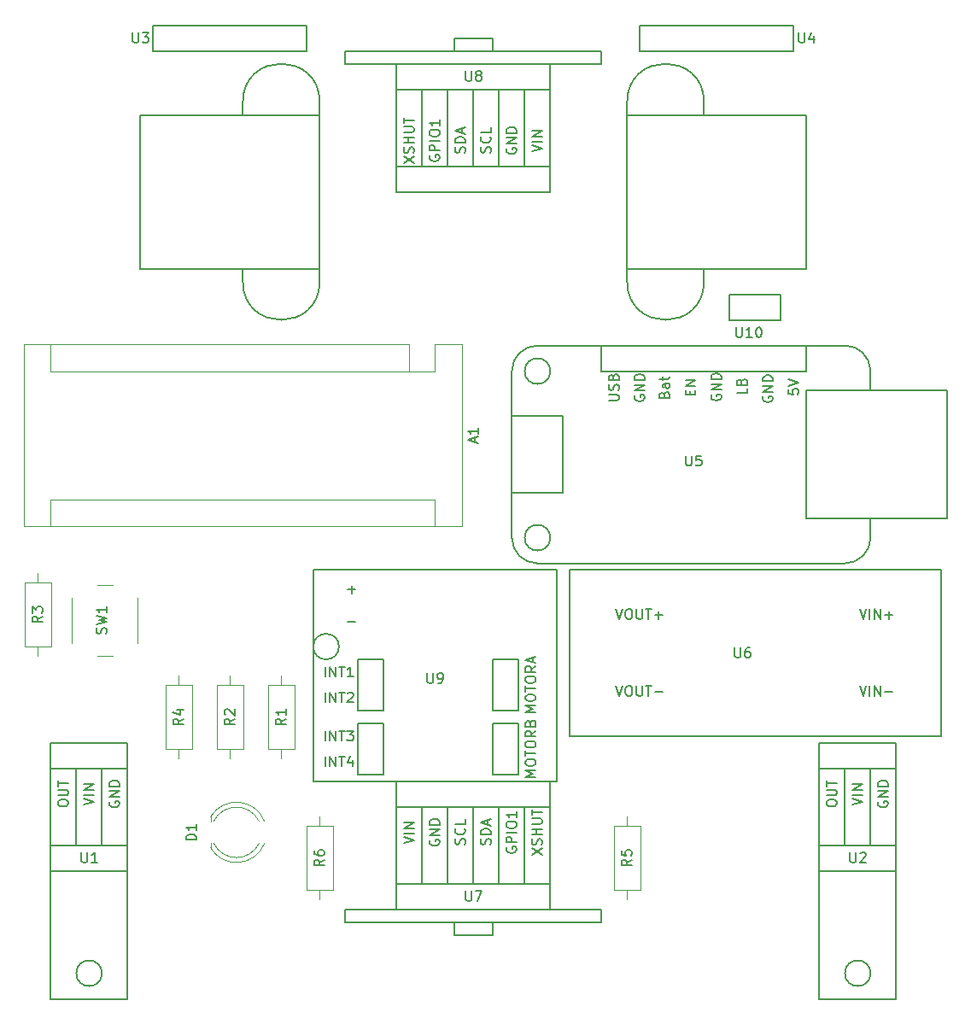
<source format=gbr>
G04 #@! TF.GenerationSoftware,KiCad,Pcbnew,(5.0.2)-1*
G04 #@! TF.CreationDate,2019-01-29T00:14:09+01:00*
G04 #@! TF.ProjectId,bigmax,6269676d-6178-42e6-9b69-6361645f7063,v1*
G04 #@! TF.SameCoordinates,Original*
G04 #@! TF.FileFunction,Legend,Top*
G04 #@! TF.FilePolarity,Positive*
%FSLAX46Y46*%
G04 Gerber Fmt 4.6, Leading zero omitted, Abs format (unit mm)*
G04 Created by KiCad (PCBNEW (5.0.2)-1) date 29/01/2019 00:14:09*
%MOMM*%
%LPD*%
G01*
G04 APERTURE LIST*
%ADD10C,0.150000*%
%ADD11C,0.120000*%
G04 APERTURE END LIST*
D10*
X182880000Y-77470000D02*
X165100000Y-77470000D01*
X165100000Y-77470000D02*
X165100000Y-62230000D01*
X172720000Y-60960000D02*
X172720000Y-62230000D01*
X165100000Y-60960000D02*
G75*
G02X172720000Y-60960000I3810000J0D01*
G01*
X182880000Y-62230000D02*
X182880000Y-77470000D01*
X165100000Y-60960000D02*
X165100000Y-62230000D01*
X172720000Y-78740000D02*
G75*
G02X165100000Y-78740000I-3810000J0D01*
G01*
X165100000Y-77470000D02*
X165100000Y-78740000D01*
X172720000Y-77470000D02*
X172720000Y-78740000D01*
X165100000Y-62230000D02*
X182880000Y-62230000D01*
X134620000Y-78740000D02*
X134620000Y-77470000D01*
X134620000Y-62230000D02*
X134620000Y-60960000D01*
X127000000Y-62230000D02*
X127000000Y-60960000D01*
X127000000Y-78740000D02*
X127000000Y-77470000D01*
X134620000Y-78740000D02*
G75*
G02X127000000Y-78740000I-3810000J0D01*
G01*
X127000000Y-60960000D02*
G75*
G02X134620000Y-60960000I3810000J0D01*
G01*
X116840000Y-77470000D02*
X116840000Y-62230000D01*
X134620000Y-77470000D02*
X116840000Y-77470000D01*
X134620000Y-62230000D02*
X134620000Y-77470000D01*
X116840000Y-62230000D02*
X134620000Y-62230000D01*
G04 #@! TO.C,U10*
X175260000Y-80010000D02*
X180340000Y-80010000D01*
X180340000Y-80010000D02*
X180340000Y-82550000D01*
X180340000Y-82550000D02*
X175260000Y-82550000D01*
X175260000Y-82550000D02*
X175260000Y-80010000D01*
G04 #@! TO.C,U9*
X133985000Y-107315000D02*
X158115000Y-107315000D01*
X133985000Y-107315000D02*
X133985000Y-128270000D01*
X133985000Y-128270000D02*
X158115000Y-128270000D01*
X158115000Y-107315000D02*
X158115000Y-128270000D01*
X138430000Y-116205000D02*
X140970000Y-116205000D01*
X140970000Y-116205000D02*
X140970000Y-121285000D01*
X140970000Y-121285000D02*
X138430000Y-121285000D01*
X138430000Y-121285000D02*
X138430000Y-116205000D01*
X138430000Y-122555000D02*
X140970000Y-122555000D01*
X140970000Y-122555000D02*
X140970000Y-127635000D01*
X140970000Y-127635000D02*
X138430000Y-127635000D01*
X138430000Y-127635000D02*
X138430000Y-122555000D01*
X151765000Y-116205000D02*
X154305000Y-116205000D01*
X154305000Y-116205000D02*
X154305000Y-121285000D01*
X154305000Y-121285000D02*
X151765000Y-121285000D01*
X151765000Y-121285000D02*
X151765000Y-116205000D01*
X151765000Y-122555000D02*
X154305000Y-122555000D01*
X154305000Y-122555000D02*
X154305000Y-127635000D01*
X154305000Y-127635000D02*
X151765000Y-127635000D01*
X151765000Y-127635000D02*
X151765000Y-122555000D01*
X136525000Y-114935000D02*
G75*
G03X136525000Y-114935000I-1270000J0D01*
G01*
G04 #@! TO.C,U4*
X166370000Y-55880000D02*
X166370000Y-53340000D01*
X181610000Y-55880000D02*
X166370000Y-55880000D01*
X181610000Y-53340000D02*
X181610000Y-55880000D01*
X166370000Y-53340000D02*
X181610000Y-53340000D01*
G04 #@! TO.C,U8*
X142240000Y-69850000D02*
X142240000Y-67310000D01*
X157480000Y-69850000D02*
X142240000Y-69850000D01*
X157480000Y-67310000D02*
X157480000Y-69850000D01*
X147955000Y-54610000D02*
X147955000Y-55880000D01*
X151765000Y-54610000D02*
X147955000Y-54610000D01*
X151765000Y-55880000D02*
X151765000Y-54610000D01*
X137160000Y-57150000D02*
X142240000Y-57150000D01*
X137160000Y-55880000D02*
X137160000Y-57150000D01*
X162560000Y-55880000D02*
X137160000Y-55880000D01*
X162560000Y-57150000D02*
X162560000Y-55880000D01*
X157480000Y-57150000D02*
X162560000Y-57150000D01*
X142240000Y-57150000D02*
X142240000Y-59690000D01*
X157480000Y-57150000D02*
X142240000Y-57150000D01*
X157480000Y-59690000D02*
X157480000Y-57150000D01*
X152400000Y-67310000D02*
X152400000Y-59690000D01*
X149860000Y-67310000D02*
X149860000Y-59690000D01*
X147320000Y-67310000D02*
X147320000Y-59690000D01*
X144780000Y-67310000D02*
X144780000Y-59690000D01*
X142240000Y-59690000D02*
X142240000Y-67310000D01*
X157480000Y-59690000D02*
X142240000Y-59690000D01*
X157480000Y-67310000D02*
X157480000Y-59690000D01*
X154940000Y-67310000D02*
X154940000Y-59690000D01*
X157480000Y-67310000D02*
X142240000Y-67310000D01*
D11*
G04 #@! TO.C,D1*
X123805000Y-134430000D02*
X123805000Y-134895000D01*
X123805000Y-131805000D02*
X123805000Y-132270000D01*
X128619479Y-134430429D02*
G75*
G02X124110316Y-134430000I-2254479J1080429D01*
G01*
X128619479Y-132269571D02*
G75*
G03X124110316Y-132270000I-2254479J-1080429D01*
G01*
X129152815Y-134430827D02*
G75*
G02X123805000Y-134894830I-2787815J1080827D01*
G01*
X129152815Y-132269173D02*
G75*
G03X123805000Y-131805170I-2787815J-1080827D01*
G01*
G04 #@! TO.C,R1*
X132120000Y-118710000D02*
X129500000Y-118710000D01*
X129500000Y-118710000D02*
X129500000Y-125130000D01*
X129500000Y-125130000D02*
X132120000Y-125130000D01*
X132120000Y-125130000D02*
X132120000Y-118710000D01*
X130810000Y-117820000D02*
X130810000Y-118710000D01*
X130810000Y-126020000D02*
X130810000Y-125130000D01*
G04 #@! TO.C,R2*
X125730000Y-126020000D02*
X125730000Y-125130000D01*
X125730000Y-117820000D02*
X125730000Y-118710000D01*
X127040000Y-125130000D02*
X127040000Y-118710000D01*
X124420000Y-125130000D02*
X127040000Y-125130000D01*
X124420000Y-118710000D02*
X124420000Y-125130000D01*
X127040000Y-118710000D02*
X124420000Y-118710000D01*
G04 #@! TO.C,R3*
X105370000Y-114970000D02*
X107990000Y-114970000D01*
X107990000Y-114970000D02*
X107990000Y-108550000D01*
X107990000Y-108550000D02*
X105370000Y-108550000D01*
X105370000Y-108550000D02*
X105370000Y-114970000D01*
X106680000Y-115860000D02*
X106680000Y-114970000D01*
X106680000Y-107660000D02*
X106680000Y-108550000D01*
G04 #@! TO.C,R4*
X120650000Y-126020000D02*
X120650000Y-125130000D01*
X120650000Y-117820000D02*
X120650000Y-118710000D01*
X121960000Y-125130000D02*
X121960000Y-118710000D01*
X119340000Y-125130000D02*
X121960000Y-125130000D01*
X119340000Y-118710000D02*
X119340000Y-125130000D01*
X121960000Y-118710000D02*
X119340000Y-118710000D01*
G04 #@! TO.C,SW1*
X112570000Y-115820000D02*
X114070000Y-115820000D01*
X116570000Y-114570000D02*
X116570000Y-110070000D01*
X114070000Y-108820000D02*
X112570000Y-108820000D01*
X110070000Y-110070000D02*
X110070000Y-114570000D01*
D10*
G04 #@! TO.C,U1*
X115570000Y-137160000D02*
X115570000Y-149860000D01*
X107950000Y-149860000D02*
X107950000Y-137160000D01*
X115570000Y-134620000D02*
X115570000Y-127000000D01*
X115570000Y-127000000D02*
X107950000Y-127000000D01*
X107950000Y-127000000D02*
X107950000Y-134620000D01*
X113030000Y-134620000D02*
X113030000Y-127000000D01*
X110490000Y-134620000D02*
X110490000Y-127000000D01*
X107950000Y-134620000D02*
X115570000Y-134620000D01*
X115570000Y-134620000D02*
X115570000Y-137160000D01*
X107950000Y-137160000D02*
X107950000Y-134620000D01*
X115570000Y-149860000D02*
X107950000Y-149860000D01*
X107950000Y-137160000D02*
X115570000Y-137160000D01*
X113030000Y-147320000D02*
G75*
G03X113030000Y-147320000I-1270000J0D01*
G01*
X115570000Y-127000000D02*
X115570000Y-124460000D01*
X115570000Y-124460000D02*
X107950000Y-124460000D01*
X107950000Y-124460000D02*
X107950000Y-127000000D01*
G04 #@! TO.C,U2*
X184150000Y-124460000D02*
X184150000Y-127000000D01*
X191770000Y-124460000D02*
X184150000Y-124460000D01*
X191770000Y-127000000D02*
X191770000Y-124460000D01*
X189230000Y-147320000D02*
G75*
G03X189230000Y-147320000I-1270000J0D01*
G01*
X184150000Y-137160000D02*
X191770000Y-137160000D01*
X191770000Y-149860000D02*
X184150000Y-149860000D01*
X184150000Y-137160000D02*
X184150000Y-134620000D01*
X191770000Y-134620000D02*
X191770000Y-137160000D01*
X184150000Y-134620000D02*
X191770000Y-134620000D01*
X186690000Y-134620000D02*
X186690000Y-127000000D01*
X189230000Y-134620000D02*
X189230000Y-127000000D01*
X184150000Y-127000000D02*
X184150000Y-134620000D01*
X191770000Y-127000000D02*
X184150000Y-127000000D01*
X191770000Y-134620000D02*
X191770000Y-127000000D01*
X184150000Y-149860000D02*
X184150000Y-137160000D01*
X191770000Y-137160000D02*
X191770000Y-149860000D01*
G04 #@! TO.C,U3*
X118110000Y-53340000D02*
X133350000Y-53340000D01*
X133350000Y-53340000D02*
X133350000Y-55880000D01*
X133350000Y-55880000D02*
X118110000Y-55880000D01*
X118110000Y-55880000D02*
X118110000Y-53340000D01*
G04 #@! TO.C,U5*
X186690000Y-85090000D02*
X156210000Y-85090000D01*
X153670000Y-87630000D02*
X153670000Y-104140000D01*
X189230000Y-87630000D02*
X189230000Y-89535000D01*
X186690000Y-106680000D02*
X156210000Y-106680000D01*
X157480000Y-104140000D02*
G75*
G03X157480000Y-104140000I-1270000J0D01*
G01*
X157480000Y-87630000D02*
G75*
G03X157480000Y-87630000I-1270000J0D01*
G01*
X153670000Y-87630000D02*
G75*
G02X156210000Y-85090000I2540000J0D01*
G01*
X156210000Y-106680000D02*
G75*
G02X153670000Y-104140000I0J2540000D01*
G01*
X186690000Y-85090000D02*
G75*
G02X189230000Y-87630000I0J-2540000D01*
G01*
X189230000Y-104140000D02*
G75*
G02X186690000Y-106680000I-2540000J0D01*
G01*
X196850000Y-89535000D02*
X196850000Y-102235000D01*
X196850000Y-102235000D02*
X182880000Y-102235000D01*
X182880000Y-102235000D02*
X182880000Y-89535000D01*
X182880000Y-89535000D02*
X196850000Y-89535000D01*
X189230000Y-102235000D02*
X189230000Y-104140000D01*
X158750000Y-92075000D02*
X158750000Y-99695000D01*
X158750000Y-99695000D02*
X153670000Y-99695000D01*
X158750000Y-92075000D02*
X153670000Y-92075000D01*
X162560000Y-85090000D02*
X162560000Y-87630000D01*
X162560000Y-87630000D02*
X182880000Y-87630000D01*
X182880000Y-87630000D02*
X182880000Y-85090000D01*
G04 #@! TO.C,U6*
X196215000Y-123825000D02*
X196215000Y-107315000D01*
X196215000Y-123825000D02*
X159385000Y-123825000D01*
X159385000Y-123825000D02*
X159385000Y-107315000D01*
X159385000Y-107315000D02*
X196215000Y-107315000D01*
G04 #@! TO.C,U7*
X142240000Y-130810000D02*
X157480000Y-130810000D01*
X144780000Y-130810000D02*
X144780000Y-138430000D01*
X142240000Y-130810000D02*
X142240000Y-138430000D01*
X142240000Y-138430000D02*
X157480000Y-138430000D01*
X157480000Y-138430000D02*
X157480000Y-130810000D01*
X154940000Y-130810000D02*
X154940000Y-138430000D01*
X152400000Y-130810000D02*
X152400000Y-138430000D01*
X149860000Y-130810000D02*
X149860000Y-138430000D01*
X147320000Y-130810000D02*
X147320000Y-138430000D01*
X142240000Y-138430000D02*
X142240000Y-140970000D01*
X142240000Y-140970000D02*
X157480000Y-140970000D01*
X157480000Y-140970000D02*
X157480000Y-138430000D01*
X142240000Y-140970000D02*
X137160000Y-140970000D01*
X137160000Y-140970000D02*
X137160000Y-142240000D01*
X137160000Y-142240000D02*
X162560000Y-142240000D01*
X162560000Y-142240000D02*
X162560000Y-140970000D01*
X162560000Y-140970000D02*
X157480000Y-140970000D01*
X147955000Y-142240000D02*
X147955000Y-143510000D01*
X147955000Y-143510000D02*
X151765000Y-143510000D01*
X151765000Y-143510000D02*
X151765000Y-142240000D01*
X142240000Y-130810000D02*
X142240000Y-128270000D01*
X142240000Y-128270000D02*
X157480000Y-128270000D01*
X157480000Y-128270000D02*
X157480000Y-130810000D01*
D11*
G04 #@! TO.C,R5*
X166410000Y-132680000D02*
X163790000Y-132680000D01*
X163790000Y-132680000D02*
X163790000Y-139100000D01*
X163790000Y-139100000D02*
X166410000Y-139100000D01*
X166410000Y-139100000D02*
X166410000Y-132680000D01*
X165100000Y-131790000D02*
X165100000Y-132680000D01*
X165100000Y-139990000D02*
X165100000Y-139100000D01*
G04 #@! TO.C,R6*
X134620000Y-139990000D02*
X134620000Y-139100000D01*
X134620000Y-131790000D02*
X134620000Y-132680000D01*
X135930000Y-139100000D02*
X135930000Y-132680000D01*
X133310000Y-139100000D02*
X135930000Y-139100000D01*
X133310000Y-132680000D02*
X133310000Y-139100000D01*
X135930000Y-132680000D02*
X133310000Y-132680000D01*
G04 #@! TO.C,A1*
X148720000Y-103000000D02*
X148720000Y-84960000D01*
X105280000Y-103000000D02*
X148720000Y-103000000D01*
X105280000Y-84960000D02*
X105280000Y-103000000D01*
X107950000Y-87630000D02*
X107950000Y-84960000D01*
X143510000Y-87630000D02*
X107950000Y-87630000D01*
X143510000Y-87630000D02*
X143510000Y-84960000D01*
X107950000Y-100330000D02*
X107950000Y-103000000D01*
X146050000Y-100330000D02*
X107950000Y-100330000D01*
X146050000Y-100330000D02*
X146050000Y-103000000D01*
X148720000Y-84960000D02*
X146050000Y-84960000D01*
X143510000Y-84960000D02*
X105280000Y-84960000D01*
X146050000Y-87630000D02*
X146050000Y-84960000D01*
X143510000Y-87630000D02*
X146050000Y-87630000D01*
G04 #@! TO.C,U10*
D10*
X175926904Y-83272380D02*
X175926904Y-84081904D01*
X175974523Y-84177142D01*
X176022142Y-84224761D01*
X176117380Y-84272380D01*
X176307857Y-84272380D01*
X176403095Y-84224761D01*
X176450714Y-84177142D01*
X176498333Y-84081904D01*
X176498333Y-83272380D01*
X177498333Y-84272380D02*
X176926904Y-84272380D01*
X177212619Y-84272380D02*
X177212619Y-83272380D01*
X177117380Y-83415238D01*
X177022142Y-83510476D01*
X176926904Y-83558095D01*
X178117380Y-83272380D02*
X178212619Y-83272380D01*
X178307857Y-83320000D01*
X178355476Y-83367619D01*
X178403095Y-83462857D01*
X178450714Y-83653333D01*
X178450714Y-83891428D01*
X178403095Y-84081904D01*
X178355476Y-84177142D01*
X178307857Y-84224761D01*
X178212619Y-84272380D01*
X178117380Y-84272380D01*
X178022142Y-84224761D01*
X177974523Y-84177142D01*
X177926904Y-84081904D01*
X177879285Y-83891428D01*
X177879285Y-83653333D01*
X177926904Y-83462857D01*
X177974523Y-83367619D01*
X178022142Y-83320000D01*
X178117380Y-83272380D01*
G04 #@! TO.C,U9*
X145288095Y-117562380D02*
X145288095Y-118371904D01*
X145335714Y-118467142D01*
X145383333Y-118514761D01*
X145478571Y-118562380D01*
X145669047Y-118562380D01*
X145764285Y-118514761D01*
X145811904Y-118467142D01*
X145859523Y-118371904D01*
X145859523Y-117562380D01*
X146383333Y-118562380D02*
X146573809Y-118562380D01*
X146669047Y-118514761D01*
X146716666Y-118467142D01*
X146811904Y-118324285D01*
X146859523Y-118133809D01*
X146859523Y-117752857D01*
X146811904Y-117657619D01*
X146764285Y-117610000D01*
X146669047Y-117562380D01*
X146478571Y-117562380D01*
X146383333Y-117610000D01*
X146335714Y-117657619D01*
X146288095Y-117752857D01*
X146288095Y-117990952D01*
X146335714Y-118086190D01*
X146383333Y-118133809D01*
X146478571Y-118181428D01*
X146669047Y-118181428D01*
X146764285Y-118133809D01*
X146811904Y-118086190D01*
X146859523Y-117990952D01*
X156027380Y-127856904D02*
X155027380Y-127856904D01*
X155741666Y-127523571D01*
X155027380Y-127190238D01*
X156027380Y-127190238D01*
X155027380Y-126523571D02*
X155027380Y-126333095D01*
X155075000Y-126237857D01*
X155170238Y-126142619D01*
X155360714Y-126095000D01*
X155694047Y-126095000D01*
X155884523Y-126142619D01*
X155979761Y-126237857D01*
X156027380Y-126333095D01*
X156027380Y-126523571D01*
X155979761Y-126618809D01*
X155884523Y-126714047D01*
X155694047Y-126761666D01*
X155360714Y-126761666D01*
X155170238Y-126714047D01*
X155075000Y-126618809D01*
X155027380Y-126523571D01*
X155027380Y-125809285D02*
X155027380Y-125237857D01*
X156027380Y-125523571D02*
X155027380Y-125523571D01*
X155027380Y-124714047D02*
X155027380Y-124523571D01*
X155075000Y-124428333D01*
X155170238Y-124333095D01*
X155360714Y-124285476D01*
X155694047Y-124285476D01*
X155884523Y-124333095D01*
X155979761Y-124428333D01*
X156027380Y-124523571D01*
X156027380Y-124714047D01*
X155979761Y-124809285D01*
X155884523Y-124904523D01*
X155694047Y-124952142D01*
X155360714Y-124952142D01*
X155170238Y-124904523D01*
X155075000Y-124809285D01*
X155027380Y-124714047D01*
X156027380Y-123285476D02*
X155551190Y-123618809D01*
X156027380Y-123856904D02*
X155027380Y-123856904D01*
X155027380Y-123475952D01*
X155075000Y-123380714D01*
X155122619Y-123333095D01*
X155217857Y-123285476D01*
X155360714Y-123285476D01*
X155455952Y-123333095D01*
X155503571Y-123380714D01*
X155551190Y-123475952D01*
X155551190Y-123856904D01*
X155503571Y-122523571D02*
X155551190Y-122380714D01*
X155598809Y-122333095D01*
X155694047Y-122285476D01*
X155836904Y-122285476D01*
X155932142Y-122333095D01*
X155979761Y-122380714D01*
X156027380Y-122475952D01*
X156027380Y-122856904D01*
X155027380Y-122856904D01*
X155027380Y-122523571D01*
X155075000Y-122428333D01*
X155122619Y-122380714D01*
X155217857Y-122333095D01*
X155313095Y-122333095D01*
X155408333Y-122380714D01*
X155455952Y-122428333D01*
X155503571Y-122523571D01*
X155503571Y-122856904D01*
X156027380Y-121435476D02*
X155027380Y-121435476D01*
X155741666Y-121102142D01*
X155027380Y-120768809D01*
X156027380Y-120768809D01*
X155027380Y-120102142D02*
X155027380Y-119911666D01*
X155075000Y-119816428D01*
X155170238Y-119721190D01*
X155360714Y-119673571D01*
X155694047Y-119673571D01*
X155884523Y-119721190D01*
X155979761Y-119816428D01*
X156027380Y-119911666D01*
X156027380Y-120102142D01*
X155979761Y-120197380D01*
X155884523Y-120292619D01*
X155694047Y-120340238D01*
X155360714Y-120340238D01*
X155170238Y-120292619D01*
X155075000Y-120197380D01*
X155027380Y-120102142D01*
X155027380Y-119387857D02*
X155027380Y-118816428D01*
X156027380Y-119102142D02*
X155027380Y-119102142D01*
X155027380Y-118292619D02*
X155027380Y-118102142D01*
X155075000Y-118006904D01*
X155170238Y-117911666D01*
X155360714Y-117864047D01*
X155694047Y-117864047D01*
X155884523Y-117911666D01*
X155979761Y-118006904D01*
X156027380Y-118102142D01*
X156027380Y-118292619D01*
X155979761Y-118387857D01*
X155884523Y-118483095D01*
X155694047Y-118530714D01*
X155360714Y-118530714D01*
X155170238Y-118483095D01*
X155075000Y-118387857D01*
X155027380Y-118292619D01*
X156027380Y-116864047D02*
X155551190Y-117197380D01*
X156027380Y-117435476D02*
X155027380Y-117435476D01*
X155027380Y-117054523D01*
X155075000Y-116959285D01*
X155122619Y-116911666D01*
X155217857Y-116864047D01*
X155360714Y-116864047D01*
X155455952Y-116911666D01*
X155503571Y-116959285D01*
X155551190Y-117054523D01*
X155551190Y-117435476D01*
X155741666Y-116483095D02*
X155741666Y-116006904D01*
X156027380Y-116578333D02*
X155027380Y-116245000D01*
X156027380Y-115911666D01*
X135144047Y-117927380D02*
X135144047Y-116927380D01*
X135620238Y-117927380D02*
X135620238Y-116927380D01*
X136191666Y-117927380D01*
X136191666Y-116927380D01*
X136525000Y-116927380D02*
X137096428Y-116927380D01*
X136810714Y-117927380D02*
X136810714Y-116927380D01*
X137953571Y-117927380D02*
X137382142Y-117927380D01*
X137667857Y-117927380D02*
X137667857Y-116927380D01*
X137572619Y-117070238D01*
X137477380Y-117165476D01*
X137382142Y-117213095D01*
X135144047Y-120467380D02*
X135144047Y-119467380D01*
X135620238Y-120467380D02*
X135620238Y-119467380D01*
X136191666Y-120467380D01*
X136191666Y-119467380D01*
X136525000Y-119467380D02*
X137096428Y-119467380D01*
X136810714Y-120467380D02*
X136810714Y-119467380D01*
X137382142Y-119562619D02*
X137429761Y-119515000D01*
X137525000Y-119467380D01*
X137763095Y-119467380D01*
X137858333Y-119515000D01*
X137905952Y-119562619D01*
X137953571Y-119657857D01*
X137953571Y-119753095D01*
X137905952Y-119895952D01*
X137334523Y-120467380D01*
X137953571Y-120467380D01*
X135144047Y-124277380D02*
X135144047Y-123277380D01*
X135620238Y-124277380D02*
X135620238Y-123277380D01*
X136191666Y-124277380D01*
X136191666Y-123277380D01*
X136525000Y-123277380D02*
X137096428Y-123277380D01*
X136810714Y-124277380D02*
X136810714Y-123277380D01*
X137334523Y-123277380D02*
X137953571Y-123277380D01*
X137620238Y-123658333D01*
X137763095Y-123658333D01*
X137858333Y-123705952D01*
X137905952Y-123753571D01*
X137953571Y-123848809D01*
X137953571Y-124086904D01*
X137905952Y-124182142D01*
X137858333Y-124229761D01*
X137763095Y-124277380D01*
X137477380Y-124277380D01*
X137382142Y-124229761D01*
X137334523Y-124182142D01*
X135144047Y-126817380D02*
X135144047Y-125817380D01*
X135620238Y-126817380D02*
X135620238Y-125817380D01*
X136191666Y-126817380D01*
X136191666Y-125817380D01*
X136525000Y-125817380D02*
X137096428Y-125817380D01*
X136810714Y-126817380D02*
X136810714Y-125817380D01*
X137858333Y-126150714D02*
X137858333Y-126817380D01*
X137620238Y-125769761D02*
X137382142Y-126484047D01*
X138001190Y-126484047D01*
X137414047Y-109291428D02*
X138175952Y-109291428D01*
X137795000Y-109672380D02*
X137795000Y-108910476D01*
X137414047Y-112466428D02*
X138175952Y-112466428D01*
G04 #@! TO.C,U4*
X182118095Y-54062380D02*
X182118095Y-54871904D01*
X182165714Y-54967142D01*
X182213333Y-55014761D01*
X182308571Y-55062380D01*
X182499047Y-55062380D01*
X182594285Y-55014761D01*
X182641904Y-54967142D01*
X182689523Y-54871904D01*
X182689523Y-54062380D01*
X183594285Y-54395714D02*
X183594285Y-55062380D01*
X183356190Y-54014761D02*
X183118095Y-54729047D01*
X183737142Y-54729047D01*
G04 #@! TO.C,U8*
X149098095Y-57872380D02*
X149098095Y-58681904D01*
X149145714Y-58777142D01*
X149193333Y-58824761D01*
X149288571Y-58872380D01*
X149479047Y-58872380D01*
X149574285Y-58824761D01*
X149621904Y-58777142D01*
X149669523Y-58681904D01*
X149669523Y-57872380D01*
X150288571Y-58300952D02*
X150193333Y-58253333D01*
X150145714Y-58205714D01*
X150098095Y-58110476D01*
X150098095Y-58062857D01*
X150145714Y-57967619D01*
X150193333Y-57920000D01*
X150288571Y-57872380D01*
X150479047Y-57872380D01*
X150574285Y-57920000D01*
X150621904Y-57967619D01*
X150669523Y-58062857D01*
X150669523Y-58110476D01*
X150621904Y-58205714D01*
X150574285Y-58253333D01*
X150479047Y-58300952D01*
X150288571Y-58300952D01*
X150193333Y-58348571D01*
X150145714Y-58396190D01*
X150098095Y-58491428D01*
X150098095Y-58681904D01*
X150145714Y-58777142D01*
X150193333Y-58824761D01*
X150288571Y-58872380D01*
X150479047Y-58872380D01*
X150574285Y-58824761D01*
X150621904Y-58777142D01*
X150669523Y-58681904D01*
X150669523Y-58491428D01*
X150621904Y-58396190D01*
X150574285Y-58348571D01*
X150479047Y-58300952D01*
X142962380Y-67008095D02*
X143962380Y-66341428D01*
X142962380Y-66341428D02*
X143962380Y-67008095D01*
X143914761Y-66008095D02*
X143962380Y-65865238D01*
X143962380Y-65627142D01*
X143914761Y-65531904D01*
X143867142Y-65484285D01*
X143771904Y-65436666D01*
X143676666Y-65436666D01*
X143581428Y-65484285D01*
X143533809Y-65531904D01*
X143486190Y-65627142D01*
X143438571Y-65817619D01*
X143390952Y-65912857D01*
X143343333Y-65960476D01*
X143248095Y-66008095D01*
X143152857Y-66008095D01*
X143057619Y-65960476D01*
X143010000Y-65912857D01*
X142962380Y-65817619D01*
X142962380Y-65579523D01*
X143010000Y-65436666D01*
X143962380Y-65008095D02*
X142962380Y-65008095D01*
X143438571Y-65008095D02*
X143438571Y-64436666D01*
X143962380Y-64436666D02*
X142962380Y-64436666D01*
X142962380Y-63960476D02*
X143771904Y-63960476D01*
X143867142Y-63912857D01*
X143914761Y-63865238D01*
X143962380Y-63770000D01*
X143962380Y-63579523D01*
X143914761Y-63484285D01*
X143867142Y-63436666D01*
X143771904Y-63389047D01*
X142962380Y-63389047D01*
X142962380Y-63055714D02*
X142962380Y-62484285D01*
X143962380Y-62770000D02*
X142962380Y-62770000D01*
X145550000Y-66246190D02*
X145502380Y-66341428D01*
X145502380Y-66484285D01*
X145550000Y-66627142D01*
X145645238Y-66722380D01*
X145740476Y-66770000D01*
X145930952Y-66817619D01*
X146073809Y-66817619D01*
X146264285Y-66770000D01*
X146359523Y-66722380D01*
X146454761Y-66627142D01*
X146502380Y-66484285D01*
X146502380Y-66389047D01*
X146454761Y-66246190D01*
X146407142Y-66198571D01*
X146073809Y-66198571D01*
X146073809Y-66389047D01*
X146502380Y-65770000D02*
X145502380Y-65770000D01*
X145502380Y-65389047D01*
X145550000Y-65293809D01*
X145597619Y-65246190D01*
X145692857Y-65198571D01*
X145835714Y-65198571D01*
X145930952Y-65246190D01*
X145978571Y-65293809D01*
X146026190Y-65389047D01*
X146026190Y-65770000D01*
X146502380Y-64770000D02*
X145502380Y-64770000D01*
X145502380Y-64103333D02*
X145502380Y-63912857D01*
X145550000Y-63817619D01*
X145645238Y-63722380D01*
X145835714Y-63674761D01*
X146169047Y-63674761D01*
X146359523Y-63722380D01*
X146454761Y-63817619D01*
X146502380Y-63912857D01*
X146502380Y-64103333D01*
X146454761Y-64198571D01*
X146359523Y-64293809D01*
X146169047Y-64341428D01*
X145835714Y-64341428D01*
X145645238Y-64293809D01*
X145550000Y-64198571D01*
X145502380Y-64103333D01*
X146502380Y-62722380D02*
X146502380Y-63293809D01*
X146502380Y-63008095D02*
X145502380Y-63008095D01*
X145645238Y-63103333D01*
X145740476Y-63198571D01*
X145788095Y-63293809D01*
X148994761Y-65984285D02*
X149042380Y-65841428D01*
X149042380Y-65603333D01*
X148994761Y-65508095D01*
X148947142Y-65460476D01*
X148851904Y-65412857D01*
X148756666Y-65412857D01*
X148661428Y-65460476D01*
X148613809Y-65508095D01*
X148566190Y-65603333D01*
X148518571Y-65793809D01*
X148470952Y-65889047D01*
X148423333Y-65936666D01*
X148328095Y-65984285D01*
X148232857Y-65984285D01*
X148137619Y-65936666D01*
X148090000Y-65889047D01*
X148042380Y-65793809D01*
X148042380Y-65555714D01*
X148090000Y-65412857D01*
X149042380Y-64984285D02*
X148042380Y-64984285D01*
X148042380Y-64746190D01*
X148090000Y-64603333D01*
X148185238Y-64508095D01*
X148280476Y-64460476D01*
X148470952Y-64412857D01*
X148613809Y-64412857D01*
X148804285Y-64460476D01*
X148899523Y-64508095D01*
X148994761Y-64603333D01*
X149042380Y-64746190D01*
X149042380Y-64984285D01*
X148756666Y-64031904D02*
X148756666Y-63555714D01*
X149042380Y-64127142D02*
X148042380Y-63793809D01*
X149042380Y-63460476D01*
X151534761Y-65960476D02*
X151582380Y-65817619D01*
X151582380Y-65579523D01*
X151534761Y-65484285D01*
X151487142Y-65436666D01*
X151391904Y-65389047D01*
X151296666Y-65389047D01*
X151201428Y-65436666D01*
X151153809Y-65484285D01*
X151106190Y-65579523D01*
X151058571Y-65770000D01*
X151010952Y-65865238D01*
X150963333Y-65912857D01*
X150868095Y-65960476D01*
X150772857Y-65960476D01*
X150677619Y-65912857D01*
X150630000Y-65865238D01*
X150582380Y-65770000D01*
X150582380Y-65531904D01*
X150630000Y-65389047D01*
X151487142Y-64389047D02*
X151534761Y-64436666D01*
X151582380Y-64579523D01*
X151582380Y-64674761D01*
X151534761Y-64817619D01*
X151439523Y-64912857D01*
X151344285Y-64960476D01*
X151153809Y-65008095D01*
X151010952Y-65008095D01*
X150820476Y-64960476D01*
X150725238Y-64912857D01*
X150630000Y-64817619D01*
X150582380Y-64674761D01*
X150582380Y-64579523D01*
X150630000Y-64436666D01*
X150677619Y-64389047D01*
X151582380Y-63484285D02*
X151582380Y-63960476D01*
X150582380Y-63960476D01*
X153170000Y-65531904D02*
X153122380Y-65627142D01*
X153122380Y-65770000D01*
X153170000Y-65912857D01*
X153265238Y-66008095D01*
X153360476Y-66055714D01*
X153550952Y-66103333D01*
X153693809Y-66103333D01*
X153884285Y-66055714D01*
X153979523Y-66008095D01*
X154074761Y-65912857D01*
X154122380Y-65770000D01*
X154122380Y-65674761D01*
X154074761Y-65531904D01*
X154027142Y-65484285D01*
X153693809Y-65484285D01*
X153693809Y-65674761D01*
X154122380Y-65055714D02*
X153122380Y-65055714D01*
X154122380Y-64484285D01*
X153122380Y-64484285D01*
X154122380Y-64008095D02*
X153122380Y-64008095D01*
X153122380Y-63770000D01*
X153170000Y-63627142D01*
X153265238Y-63531904D01*
X153360476Y-63484285D01*
X153550952Y-63436666D01*
X153693809Y-63436666D01*
X153884285Y-63484285D01*
X153979523Y-63531904D01*
X154074761Y-63627142D01*
X154122380Y-63770000D01*
X154122380Y-64008095D01*
X155662380Y-65865238D02*
X156662380Y-65531904D01*
X155662380Y-65198571D01*
X156662380Y-64865238D02*
X155662380Y-64865238D01*
X156662380Y-64389047D02*
X155662380Y-64389047D01*
X156662380Y-63817619D01*
X155662380Y-63817619D01*
G04 #@! TO.C,D1*
X122372380Y-134088095D02*
X121372380Y-134088095D01*
X121372380Y-133850000D01*
X121420000Y-133707142D01*
X121515238Y-133611904D01*
X121610476Y-133564285D01*
X121800952Y-133516666D01*
X121943809Y-133516666D01*
X122134285Y-133564285D01*
X122229523Y-133611904D01*
X122324761Y-133707142D01*
X122372380Y-133850000D01*
X122372380Y-134088095D01*
X122372380Y-132564285D02*
X122372380Y-133135714D01*
X122372380Y-132850000D02*
X121372380Y-132850000D01*
X121515238Y-132945238D01*
X121610476Y-133040476D01*
X121658095Y-133135714D01*
G04 #@! TO.C,R1*
X131262380Y-122086666D02*
X130786190Y-122420000D01*
X131262380Y-122658095D02*
X130262380Y-122658095D01*
X130262380Y-122277142D01*
X130310000Y-122181904D01*
X130357619Y-122134285D01*
X130452857Y-122086666D01*
X130595714Y-122086666D01*
X130690952Y-122134285D01*
X130738571Y-122181904D01*
X130786190Y-122277142D01*
X130786190Y-122658095D01*
X131262380Y-121134285D02*
X131262380Y-121705714D01*
X131262380Y-121420000D02*
X130262380Y-121420000D01*
X130405238Y-121515238D01*
X130500476Y-121610476D01*
X130548095Y-121705714D01*
G04 #@! TO.C,R2*
X126182380Y-122086666D02*
X125706190Y-122420000D01*
X126182380Y-122658095D02*
X125182380Y-122658095D01*
X125182380Y-122277142D01*
X125230000Y-122181904D01*
X125277619Y-122134285D01*
X125372857Y-122086666D01*
X125515714Y-122086666D01*
X125610952Y-122134285D01*
X125658571Y-122181904D01*
X125706190Y-122277142D01*
X125706190Y-122658095D01*
X125277619Y-121705714D02*
X125230000Y-121658095D01*
X125182380Y-121562857D01*
X125182380Y-121324761D01*
X125230000Y-121229523D01*
X125277619Y-121181904D01*
X125372857Y-121134285D01*
X125468095Y-121134285D01*
X125610952Y-121181904D01*
X126182380Y-121753333D01*
X126182380Y-121134285D01*
G04 #@! TO.C,R3*
X107132380Y-111926666D02*
X106656190Y-112260000D01*
X107132380Y-112498095D02*
X106132380Y-112498095D01*
X106132380Y-112117142D01*
X106180000Y-112021904D01*
X106227619Y-111974285D01*
X106322857Y-111926666D01*
X106465714Y-111926666D01*
X106560952Y-111974285D01*
X106608571Y-112021904D01*
X106656190Y-112117142D01*
X106656190Y-112498095D01*
X106132380Y-111593333D02*
X106132380Y-110974285D01*
X106513333Y-111307619D01*
X106513333Y-111164761D01*
X106560952Y-111069523D01*
X106608571Y-111021904D01*
X106703809Y-110974285D01*
X106941904Y-110974285D01*
X107037142Y-111021904D01*
X107084761Y-111069523D01*
X107132380Y-111164761D01*
X107132380Y-111450476D01*
X107084761Y-111545714D01*
X107037142Y-111593333D01*
G04 #@! TO.C,R4*
X121102380Y-122086666D02*
X120626190Y-122420000D01*
X121102380Y-122658095D02*
X120102380Y-122658095D01*
X120102380Y-122277142D01*
X120150000Y-122181904D01*
X120197619Y-122134285D01*
X120292857Y-122086666D01*
X120435714Y-122086666D01*
X120530952Y-122134285D01*
X120578571Y-122181904D01*
X120626190Y-122277142D01*
X120626190Y-122658095D01*
X120435714Y-121229523D02*
X121102380Y-121229523D01*
X120054761Y-121467619D02*
X120769047Y-121705714D01*
X120769047Y-121086666D01*
G04 #@! TO.C,SW1*
X113434761Y-113653333D02*
X113482380Y-113510476D01*
X113482380Y-113272380D01*
X113434761Y-113177142D01*
X113387142Y-113129523D01*
X113291904Y-113081904D01*
X113196666Y-113081904D01*
X113101428Y-113129523D01*
X113053809Y-113177142D01*
X113006190Y-113272380D01*
X112958571Y-113462857D01*
X112910952Y-113558095D01*
X112863333Y-113605714D01*
X112768095Y-113653333D01*
X112672857Y-113653333D01*
X112577619Y-113605714D01*
X112530000Y-113558095D01*
X112482380Y-113462857D01*
X112482380Y-113224761D01*
X112530000Y-113081904D01*
X112482380Y-112748571D02*
X113482380Y-112510476D01*
X112768095Y-112320000D01*
X113482380Y-112129523D01*
X112482380Y-111891428D01*
X113482380Y-110986666D02*
X113482380Y-111558095D01*
X113482380Y-111272380D02*
X112482380Y-111272380D01*
X112625238Y-111367619D01*
X112720476Y-111462857D01*
X112768095Y-111558095D01*
G04 #@! TO.C,U1*
X110998095Y-135342380D02*
X110998095Y-136151904D01*
X111045714Y-136247142D01*
X111093333Y-136294761D01*
X111188571Y-136342380D01*
X111379047Y-136342380D01*
X111474285Y-136294761D01*
X111521904Y-136247142D01*
X111569523Y-136151904D01*
X111569523Y-135342380D01*
X112569523Y-136342380D02*
X111998095Y-136342380D01*
X112283809Y-136342380D02*
X112283809Y-135342380D01*
X112188571Y-135485238D01*
X112093333Y-135580476D01*
X111998095Y-135628095D01*
X113800000Y-130301904D02*
X113752380Y-130397142D01*
X113752380Y-130540000D01*
X113800000Y-130682857D01*
X113895238Y-130778095D01*
X113990476Y-130825714D01*
X114180952Y-130873333D01*
X114323809Y-130873333D01*
X114514285Y-130825714D01*
X114609523Y-130778095D01*
X114704761Y-130682857D01*
X114752380Y-130540000D01*
X114752380Y-130444761D01*
X114704761Y-130301904D01*
X114657142Y-130254285D01*
X114323809Y-130254285D01*
X114323809Y-130444761D01*
X114752380Y-129825714D02*
X113752380Y-129825714D01*
X114752380Y-129254285D01*
X113752380Y-129254285D01*
X114752380Y-128778095D02*
X113752380Y-128778095D01*
X113752380Y-128540000D01*
X113800000Y-128397142D01*
X113895238Y-128301904D01*
X113990476Y-128254285D01*
X114180952Y-128206666D01*
X114323809Y-128206666D01*
X114514285Y-128254285D01*
X114609523Y-128301904D01*
X114704761Y-128397142D01*
X114752380Y-128540000D01*
X114752380Y-128778095D01*
X111212380Y-130635238D02*
X112212380Y-130301904D01*
X111212380Y-129968571D01*
X112212380Y-129635238D02*
X111212380Y-129635238D01*
X112212380Y-129159047D02*
X111212380Y-129159047D01*
X112212380Y-128587619D01*
X111212380Y-128587619D01*
X108672380Y-130540000D02*
X108672380Y-130349523D01*
X108720000Y-130254285D01*
X108815238Y-130159047D01*
X109005714Y-130111428D01*
X109339047Y-130111428D01*
X109529523Y-130159047D01*
X109624761Y-130254285D01*
X109672380Y-130349523D01*
X109672380Y-130540000D01*
X109624761Y-130635238D01*
X109529523Y-130730476D01*
X109339047Y-130778095D01*
X109005714Y-130778095D01*
X108815238Y-130730476D01*
X108720000Y-130635238D01*
X108672380Y-130540000D01*
X108672380Y-129682857D02*
X109481904Y-129682857D01*
X109577142Y-129635238D01*
X109624761Y-129587619D01*
X109672380Y-129492380D01*
X109672380Y-129301904D01*
X109624761Y-129206666D01*
X109577142Y-129159047D01*
X109481904Y-129111428D01*
X108672380Y-129111428D01*
X108672380Y-128778095D02*
X108672380Y-128206666D01*
X109672380Y-128492380D02*
X108672380Y-128492380D01*
G04 #@! TO.C,U2*
X187198095Y-135342380D02*
X187198095Y-136151904D01*
X187245714Y-136247142D01*
X187293333Y-136294761D01*
X187388571Y-136342380D01*
X187579047Y-136342380D01*
X187674285Y-136294761D01*
X187721904Y-136247142D01*
X187769523Y-136151904D01*
X187769523Y-135342380D01*
X188198095Y-135437619D02*
X188245714Y-135390000D01*
X188340952Y-135342380D01*
X188579047Y-135342380D01*
X188674285Y-135390000D01*
X188721904Y-135437619D01*
X188769523Y-135532857D01*
X188769523Y-135628095D01*
X188721904Y-135770952D01*
X188150476Y-136342380D01*
X188769523Y-136342380D01*
X184872380Y-130540000D02*
X184872380Y-130349523D01*
X184920000Y-130254285D01*
X185015238Y-130159047D01*
X185205714Y-130111428D01*
X185539047Y-130111428D01*
X185729523Y-130159047D01*
X185824761Y-130254285D01*
X185872380Y-130349523D01*
X185872380Y-130540000D01*
X185824761Y-130635238D01*
X185729523Y-130730476D01*
X185539047Y-130778095D01*
X185205714Y-130778095D01*
X185015238Y-130730476D01*
X184920000Y-130635238D01*
X184872380Y-130540000D01*
X184872380Y-129682857D02*
X185681904Y-129682857D01*
X185777142Y-129635238D01*
X185824761Y-129587619D01*
X185872380Y-129492380D01*
X185872380Y-129301904D01*
X185824761Y-129206666D01*
X185777142Y-129159047D01*
X185681904Y-129111428D01*
X184872380Y-129111428D01*
X184872380Y-128778095D02*
X184872380Y-128206666D01*
X185872380Y-128492380D02*
X184872380Y-128492380D01*
X187412380Y-130635238D02*
X188412380Y-130301904D01*
X187412380Y-129968571D01*
X188412380Y-129635238D02*
X187412380Y-129635238D01*
X188412380Y-129159047D02*
X187412380Y-129159047D01*
X188412380Y-128587619D01*
X187412380Y-128587619D01*
X190000000Y-130301904D02*
X189952380Y-130397142D01*
X189952380Y-130540000D01*
X190000000Y-130682857D01*
X190095238Y-130778095D01*
X190190476Y-130825714D01*
X190380952Y-130873333D01*
X190523809Y-130873333D01*
X190714285Y-130825714D01*
X190809523Y-130778095D01*
X190904761Y-130682857D01*
X190952380Y-130540000D01*
X190952380Y-130444761D01*
X190904761Y-130301904D01*
X190857142Y-130254285D01*
X190523809Y-130254285D01*
X190523809Y-130444761D01*
X190952380Y-129825714D02*
X189952380Y-129825714D01*
X190952380Y-129254285D01*
X189952380Y-129254285D01*
X190952380Y-128778095D02*
X189952380Y-128778095D01*
X189952380Y-128540000D01*
X190000000Y-128397142D01*
X190095238Y-128301904D01*
X190190476Y-128254285D01*
X190380952Y-128206666D01*
X190523809Y-128206666D01*
X190714285Y-128254285D01*
X190809523Y-128301904D01*
X190904761Y-128397142D01*
X190952380Y-128540000D01*
X190952380Y-128778095D01*
G04 #@! TO.C,U3*
X116078095Y-54062380D02*
X116078095Y-54871904D01*
X116125714Y-54967142D01*
X116173333Y-55014761D01*
X116268571Y-55062380D01*
X116459047Y-55062380D01*
X116554285Y-55014761D01*
X116601904Y-54967142D01*
X116649523Y-54871904D01*
X116649523Y-54062380D01*
X117030476Y-54062380D02*
X117649523Y-54062380D01*
X117316190Y-54443333D01*
X117459047Y-54443333D01*
X117554285Y-54490952D01*
X117601904Y-54538571D01*
X117649523Y-54633809D01*
X117649523Y-54871904D01*
X117601904Y-54967142D01*
X117554285Y-55014761D01*
X117459047Y-55062380D01*
X117173333Y-55062380D01*
X117078095Y-55014761D01*
X117030476Y-54967142D01*
G04 #@! TO.C,U5*
X170911615Y-96018100D02*
X170911615Y-96827624D01*
X170959234Y-96922862D01*
X171006853Y-96970481D01*
X171102091Y-97018100D01*
X171292567Y-97018100D01*
X171387805Y-96970481D01*
X171435424Y-96922862D01*
X171483043Y-96827624D01*
X171483043Y-96018100D01*
X172435424Y-96018100D02*
X171959234Y-96018100D01*
X171911615Y-96494291D01*
X171959234Y-96446672D01*
X172054472Y-96399053D01*
X172292567Y-96399053D01*
X172387805Y-96446672D01*
X172435424Y-96494291D01*
X172483043Y-96589529D01*
X172483043Y-96827624D01*
X172435424Y-96922862D01*
X172387805Y-96970481D01*
X172292567Y-97018100D01*
X172054472Y-97018100D01*
X171959234Y-96970481D01*
X171911615Y-96922862D01*
X163272220Y-90527664D02*
X164081744Y-90527664D01*
X164176982Y-90480045D01*
X164224601Y-90432426D01*
X164272220Y-90337188D01*
X164272220Y-90146712D01*
X164224601Y-90051474D01*
X164176982Y-90003855D01*
X164081744Y-89956236D01*
X163272220Y-89956236D01*
X164224601Y-89527664D02*
X164272220Y-89384807D01*
X164272220Y-89146712D01*
X164224601Y-89051474D01*
X164176982Y-89003855D01*
X164081744Y-88956236D01*
X163986506Y-88956236D01*
X163891268Y-89003855D01*
X163843649Y-89051474D01*
X163796030Y-89146712D01*
X163748411Y-89337188D01*
X163700792Y-89432426D01*
X163653173Y-89480045D01*
X163557935Y-89527664D01*
X163462697Y-89527664D01*
X163367459Y-89480045D01*
X163319840Y-89432426D01*
X163272220Y-89337188D01*
X163272220Y-89099093D01*
X163319840Y-88956236D01*
X163748411Y-88194331D02*
X163796030Y-88051474D01*
X163843649Y-88003855D01*
X163938887Y-87956236D01*
X164081744Y-87956236D01*
X164176982Y-88003855D01*
X164224601Y-88051474D01*
X164272220Y-88146712D01*
X164272220Y-88527664D01*
X163272220Y-88527664D01*
X163272220Y-88194331D01*
X163319840Y-88099093D01*
X163367459Y-88051474D01*
X163462697Y-88003855D01*
X163557935Y-88003855D01*
X163653173Y-88051474D01*
X163700792Y-88099093D01*
X163748411Y-88194331D01*
X163748411Y-88527664D01*
X165870000Y-90027664D02*
X165822380Y-90122902D01*
X165822380Y-90265760D01*
X165870000Y-90408617D01*
X165965238Y-90503855D01*
X166060476Y-90551474D01*
X166250952Y-90599093D01*
X166393809Y-90599093D01*
X166584285Y-90551474D01*
X166679523Y-90503855D01*
X166774761Y-90408617D01*
X166822380Y-90265760D01*
X166822380Y-90170521D01*
X166774761Y-90027664D01*
X166727142Y-89980045D01*
X166393809Y-89980045D01*
X166393809Y-90170521D01*
X166822380Y-89551474D02*
X165822380Y-89551474D01*
X166822380Y-88980045D01*
X165822380Y-88980045D01*
X166822380Y-88503855D02*
X165822380Y-88503855D01*
X165822380Y-88265760D01*
X165870000Y-88122902D01*
X165965238Y-88027664D01*
X166060476Y-87980045D01*
X166250952Y-87932426D01*
X166393809Y-87932426D01*
X166584285Y-87980045D01*
X166679523Y-88027664D01*
X166774761Y-88122902D01*
X166822380Y-88265760D01*
X166822380Y-88503855D01*
X168772531Y-89978146D02*
X168820150Y-89835289D01*
X168867769Y-89787670D01*
X168963007Y-89740051D01*
X169105864Y-89740051D01*
X169201102Y-89787670D01*
X169248721Y-89835289D01*
X169296340Y-89930527D01*
X169296340Y-90311480D01*
X168296340Y-90311480D01*
X168296340Y-89978146D01*
X168343960Y-89882908D01*
X168391579Y-89835289D01*
X168486817Y-89787670D01*
X168582055Y-89787670D01*
X168677293Y-89835289D01*
X168724912Y-89882908D01*
X168772531Y-89978146D01*
X168772531Y-90311480D01*
X169296340Y-88882908D02*
X168772531Y-88882908D01*
X168677293Y-88930527D01*
X168629674Y-89025765D01*
X168629674Y-89216241D01*
X168677293Y-89311480D01*
X169248721Y-88882908D02*
X169296340Y-88978146D01*
X169296340Y-89216241D01*
X169248721Y-89311480D01*
X169153483Y-89359099D01*
X169058245Y-89359099D01*
X168963007Y-89311480D01*
X168915388Y-89216241D01*
X168915388Y-88978146D01*
X168867769Y-88882908D01*
X168629674Y-88549575D02*
X168629674Y-88168622D01*
X168296340Y-88406718D02*
X169153483Y-88406718D01*
X169248721Y-88359099D01*
X169296340Y-88263860D01*
X169296340Y-88168622D01*
X171358251Y-89973375D02*
X171358251Y-89640041D01*
X171882060Y-89497184D02*
X171882060Y-89973375D01*
X170882060Y-89973375D01*
X170882060Y-89497184D01*
X171882060Y-89068613D02*
X170882060Y-89068613D01*
X171882060Y-88497184D01*
X170882060Y-88497184D01*
X173479840Y-89961624D02*
X173432220Y-90056862D01*
X173432220Y-90199720D01*
X173479840Y-90342577D01*
X173575078Y-90437815D01*
X173670316Y-90485434D01*
X173860792Y-90533053D01*
X174003649Y-90533053D01*
X174194125Y-90485434D01*
X174289363Y-90437815D01*
X174384601Y-90342577D01*
X174432220Y-90199720D01*
X174432220Y-90104481D01*
X174384601Y-89961624D01*
X174336982Y-89914005D01*
X174003649Y-89914005D01*
X174003649Y-90104481D01*
X174432220Y-89485434D02*
X173432220Y-89485434D01*
X174432220Y-88914005D01*
X173432220Y-88914005D01*
X174432220Y-88437815D02*
X173432220Y-88437815D01*
X173432220Y-88199720D01*
X173479840Y-88056862D01*
X173575078Y-87961624D01*
X173670316Y-87914005D01*
X173860792Y-87866386D01*
X174003649Y-87866386D01*
X174194125Y-87914005D01*
X174289363Y-87961624D01*
X174384601Y-88056862D01*
X174432220Y-88199720D01*
X174432220Y-88437815D01*
X176982380Y-89349556D02*
X176982380Y-89825746D01*
X175982380Y-89825746D01*
X176458571Y-88682889D02*
X176506190Y-88540032D01*
X176553809Y-88492413D01*
X176649047Y-88444794D01*
X176791904Y-88444794D01*
X176887142Y-88492413D01*
X176934761Y-88540032D01*
X176982380Y-88635270D01*
X176982380Y-89016222D01*
X175982380Y-89016222D01*
X175982380Y-88682889D01*
X176030000Y-88587651D01*
X176077619Y-88540032D01*
X176172857Y-88492413D01*
X176268095Y-88492413D01*
X176363333Y-88540032D01*
X176410952Y-88587651D01*
X176458571Y-88682889D01*
X176458571Y-89016222D01*
X181087780Y-89420676D02*
X181087780Y-89896866D01*
X181563971Y-89944485D01*
X181516352Y-89896866D01*
X181468733Y-89801628D01*
X181468733Y-89563533D01*
X181516352Y-89468295D01*
X181563971Y-89420676D01*
X181659209Y-89373057D01*
X181897304Y-89373057D01*
X181992542Y-89420676D01*
X182040161Y-89468295D01*
X182087780Y-89563533D01*
X182087780Y-89801628D01*
X182040161Y-89896866D01*
X181992542Y-89944485D01*
X181087780Y-89087342D02*
X182087780Y-88754009D01*
X181087780Y-88420676D01*
X178600480Y-90139424D02*
X178552860Y-90234662D01*
X178552860Y-90377520D01*
X178600480Y-90520377D01*
X178695718Y-90615615D01*
X178790956Y-90663234D01*
X178981432Y-90710853D01*
X179124289Y-90710853D01*
X179314765Y-90663234D01*
X179410003Y-90615615D01*
X179505241Y-90520377D01*
X179552860Y-90377520D01*
X179552860Y-90282281D01*
X179505241Y-90139424D01*
X179457622Y-90091805D01*
X179124289Y-90091805D01*
X179124289Y-90282281D01*
X179552860Y-89663234D02*
X178552860Y-89663234D01*
X179552860Y-89091805D01*
X178552860Y-89091805D01*
X179552860Y-88615615D02*
X178552860Y-88615615D01*
X178552860Y-88377520D01*
X178600480Y-88234662D01*
X178695718Y-88139424D01*
X178790956Y-88091805D01*
X178981432Y-88044186D01*
X179124289Y-88044186D01*
X179314765Y-88091805D01*
X179410003Y-88139424D01*
X179505241Y-88234662D01*
X179552860Y-88377520D01*
X179552860Y-88615615D01*
G04 #@! TO.C,U6*
X175768095Y-115022380D02*
X175768095Y-115831904D01*
X175815714Y-115927142D01*
X175863333Y-115974761D01*
X175958571Y-116022380D01*
X176149047Y-116022380D01*
X176244285Y-115974761D01*
X176291904Y-115927142D01*
X176339523Y-115831904D01*
X176339523Y-115022380D01*
X177244285Y-115022380D02*
X177053809Y-115022380D01*
X176958571Y-115070000D01*
X176910952Y-115117619D01*
X176815714Y-115260476D01*
X176768095Y-115450952D01*
X176768095Y-115831904D01*
X176815714Y-115927142D01*
X176863333Y-115974761D01*
X176958571Y-116022380D01*
X177149047Y-116022380D01*
X177244285Y-115974761D01*
X177291904Y-115927142D01*
X177339523Y-115831904D01*
X177339523Y-115593809D01*
X177291904Y-115498571D01*
X177244285Y-115450952D01*
X177149047Y-115403333D01*
X176958571Y-115403333D01*
X176863333Y-115450952D01*
X176815714Y-115498571D01*
X176768095Y-115593809D01*
X188150714Y-111212380D02*
X188484047Y-112212380D01*
X188817380Y-111212380D01*
X189150714Y-112212380D02*
X189150714Y-111212380D01*
X189626904Y-112212380D02*
X189626904Y-111212380D01*
X190198333Y-112212380D01*
X190198333Y-111212380D01*
X190674523Y-111831428D02*
X191436428Y-111831428D01*
X191055476Y-112212380D02*
X191055476Y-111450476D01*
X188150714Y-118832380D02*
X188484047Y-119832380D01*
X188817380Y-118832380D01*
X189150714Y-119832380D02*
X189150714Y-118832380D01*
X189626904Y-119832380D02*
X189626904Y-118832380D01*
X190198333Y-119832380D01*
X190198333Y-118832380D01*
X190674523Y-119451428D02*
X191436428Y-119451428D01*
X163989047Y-111212380D02*
X164322380Y-112212380D01*
X164655714Y-111212380D01*
X165179523Y-111212380D02*
X165370000Y-111212380D01*
X165465238Y-111260000D01*
X165560476Y-111355238D01*
X165608095Y-111545714D01*
X165608095Y-111879047D01*
X165560476Y-112069523D01*
X165465238Y-112164761D01*
X165370000Y-112212380D01*
X165179523Y-112212380D01*
X165084285Y-112164761D01*
X164989047Y-112069523D01*
X164941428Y-111879047D01*
X164941428Y-111545714D01*
X164989047Y-111355238D01*
X165084285Y-111260000D01*
X165179523Y-111212380D01*
X166036666Y-111212380D02*
X166036666Y-112021904D01*
X166084285Y-112117142D01*
X166131904Y-112164761D01*
X166227142Y-112212380D01*
X166417619Y-112212380D01*
X166512857Y-112164761D01*
X166560476Y-112117142D01*
X166608095Y-112021904D01*
X166608095Y-111212380D01*
X166941428Y-111212380D02*
X167512857Y-111212380D01*
X167227142Y-112212380D02*
X167227142Y-111212380D01*
X167846190Y-111831428D02*
X168608095Y-111831428D01*
X168227142Y-112212380D02*
X168227142Y-111450476D01*
X163989047Y-118832380D02*
X164322380Y-119832380D01*
X164655714Y-118832380D01*
X165179523Y-118832380D02*
X165370000Y-118832380D01*
X165465238Y-118880000D01*
X165560476Y-118975238D01*
X165608095Y-119165714D01*
X165608095Y-119499047D01*
X165560476Y-119689523D01*
X165465238Y-119784761D01*
X165370000Y-119832380D01*
X165179523Y-119832380D01*
X165084285Y-119784761D01*
X164989047Y-119689523D01*
X164941428Y-119499047D01*
X164941428Y-119165714D01*
X164989047Y-118975238D01*
X165084285Y-118880000D01*
X165179523Y-118832380D01*
X166036666Y-118832380D02*
X166036666Y-119641904D01*
X166084285Y-119737142D01*
X166131904Y-119784761D01*
X166227142Y-119832380D01*
X166417619Y-119832380D01*
X166512857Y-119784761D01*
X166560476Y-119737142D01*
X166608095Y-119641904D01*
X166608095Y-118832380D01*
X166941428Y-118832380D02*
X167512857Y-118832380D01*
X167227142Y-119832380D02*
X167227142Y-118832380D01*
X167846190Y-119451428D02*
X168608095Y-119451428D01*
G04 #@! TO.C,U7*
X149098095Y-139152380D02*
X149098095Y-139961904D01*
X149145714Y-140057142D01*
X149193333Y-140104761D01*
X149288571Y-140152380D01*
X149479047Y-140152380D01*
X149574285Y-140104761D01*
X149621904Y-140057142D01*
X149669523Y-139961904D01*
X149669523Y-139152380D01*
X150050476Y-139152380D02*
X150717142Y-139152380D01*
X150288571Y-140152380D01*
X142962380Y-134445238D02*
X143962380Y-134111904D01*
X142962380Y-133778571D01*
X143962380Y-133445238D02*
X142962380Y-133445238D01*
X143962380Y-132969047D02*
X142962380Y-132969047D01*
X143962380Y-132397619D01*
X142962380Y-132397619D01*
X145550000Y-134111904D02*
X145502380Y-134207142D01*
X145502380Y-134350000D01*
X145550000Y-134492857D01*
X145645238Y-134588095D01*
X145740476Y-134635714D01*
X145930952Y-134683333D01*
X146073809Y-134683333D01*
X146264285Y-134635714D01*
X146359523Y-134588095D01*
X146454761Y-134492857D01*
X146502380Y-134350000D01*
X146502380Y-134254761D01*
X146454761Y-134111904D01*
X146407142Y-134064285D01*
X146073809Y-134064285D01*
X146073809Y-134254761D01*
X146502380Y-133635714D02*
X145502380Y-133635714D01*
X146502380Y-133064285D01*
X145502380Y-133064285D01*
X146502380Y-132588095D02*
X145502380Y-132588095D01*
X145502380Y-132350000D01*
X145550000Y-132207142D01*
X145645238Y-132111904D01*
X145740476Y-132064285D01*
X145930952Y-132016666D01*
X146073809Y-132016666D01*
X146264285Y-132064285D01*
X146359523Y-132111904D01*
X146454761Y-132207142D01*
X146502380Y-132350000D01*
X146502380Y-132588095D01*
X148994761Y-134540476D02*
X149042380Y-134397619D01*
X149042380Y-134159523D01*
X148994761Y-134064285D01*
X148947142Y-134016666D01*
X148851904Y-133969047D01*
X148756666Y-133969047D01*
X148661428Y-134016666D01*
X148613809Y-134064285D01*
X148566190Y-134159523D01*
X148518571Y-134350000D01*
X148470952Y-134445238D01*
X148423333Y-134492857D01*
X148328095Y-134540476D01*
X148232857Y-134540476D01*
X148137619Y-134492857D01*
X148090000Y-134445238D01*
X148042380Y-134350000D01*
X148042380Y-134111904D01*
X148090000Y-133969047D01*
X148947142Y-132969047D02*
X148994761Y-133016666D01*
X149042380Y-133159523D01*
X149042380Y-133254761D01*
X148994761Y-133397619D01*
X148899523Y-133492857D01*
X148804285Y-133540476D01*
X148613809Y-133588095D01*
X148470952Y-133588095D01*
X148280476Y-133540476D01*
X148185238Y-133492857D01*
X148090000Y-133397619D01*
X148042380Y-133254761D01*
X148042380Y-133159523D01*
X148090000Y-133016666D01*
X148137619Y-132969047D01*
X149042380Y-132064285D02*
X149042380Y-132540476D01*
X148042380Y-132540476D01*
X151534761Y-134564285D02*
X151582380Y-134421428D01*
X151582380Y-134183333D01*
X151534761Y-134088095D01*
X151487142Y-134040476D01*
X151391904Y-133992857D01*
X151296666Y-133992857D01*
X151201428Y-134040476D01*
X151153809Y-134088095D01*
X151106190Y-134183333D01*
X151058571Y-134373809D01*
X151010952Y-134469047D01*
X150963333Y-134516666D01*
X150868095Y-134564285D01*
X150772857Y-134564285D01*
X150677619Y-134516666D01*
X150630000Y-134469047D01*
X150582380Y-134373809D01*
X150582380Y-134135714D01*
X150630000Y-133992857D01*
X151582380Y-133564285D02*
X150582380Y-133564285D01*
X150582380Y-133326190D01*
X150630000Y-133183333D01*
X150725238Y-133088095D01*
X150820476Y-133040476D01*
X151010952Y-132992857D01*
X151153809Y-132992857D01*
X151344285Y-133040476D01*
X151439523Y-133088095D01*
X151534761Y-133183333D01*
X151582380Y-133326190D01*
X151582380Y-133564285D01*
X151296666Y-132611904D02*
X151296666Y-132135714D01*
X151582380Y-132707142D02*
X150582380Y-132373809D01*
X151582380Y-132040476D01*
X153170000Y-134826190D02*
X153122380Y-134921428D01*
X153122380Y-135064285D01*
X153170000Y-135207142D01*
X153265238Y-135302380D01*
X153360476Y-135350000D01*
X153550952Y-135397619D01*
X153693809Y-135397619D01*
X153884285Y-135350000D01*
X153979523Y-135302380D01*
X154074761Y-135207142D01*
X154122380Y-135064285D01*
X154122380Y-134969047D01*
X154074761Y-134826190D01*
X154027142Y-134778571D01*
X153693809Y-134778571D01*
X153693809Y-134969047D01*
X154122380Y-134350000D02*
X153122380Y-134350000D01*
X153122380Y-133969047D01*
X153170000Y-133873809D01*
X153217619Y-133826190D01*
X153312857Y-133778571D01*
X153455714Y-133778571D01*
X153550952Y-133826190D01*
X153598571Y-133873809D01*
X153646190Y-133969047D01*
X153646190Y-134350000D01*
X154122380Y-133350000D02*
X153122380Y-133350000D01*
X153122380Y-132683333D02*
X153122380Y-132492857D01*
X153170000Y-132397619D01*
X153265238Y-132302380D01*
X153455714Y-132254761D01*
X153789047Y-132254761D01*
X153979523Y-132302380D01*
X154074761Y-132397619D01*
X154122380Y-132492857D01*
X154122380Y-132683333D01*
X154074761Y-132778571D01*
X153979523Y-132873809D01*
X153789047Y-132921428D01*
X153455714Y-132921428D01*
X153265238Y-132873809D01*
X153170000Y-132778571D01*
X153122380Y-132683333D01*
X154122380Y-131302380D02*
X154122380Y-131873809D01*
X154122380Y-131588095D02*
X153122380Y-131588095D01*
X153265238Y-131683333D01*
X153360476Y-131778571D01*
X153408095Y-131873809D01*
X155662380Y-135588095D02*
X156662380Y-134921428D01*
X155662380Y-134921428D02*
X156662380Y-135588095D01*
X156614761Y-134588095D02*
X156662380Y-134445238D01*
X156662380Y-134207142D01*
X156614761Y-134111904D01*
X156567142Y-134064285D01*
X156471904Y-134016666D01*
X156376666Y-134016666D01*
X156281428Y-134064285D01*
X156233809Y-134111904D01*
X156186190Y-134207142D01*
X156138571Y-134397619D01*
X156090952Y-134492857D01*
X156043333Y-134540476D01*
X155948095Y-134588095D01*
X155852857Y-134588095D01*
X155757619Y-134540476D01*
X155710000Y-134492857D01*
X155662380Y-134397619D01*
X155662380Y-134159523D01*
X155710000Y-134016666D01*
X156662380Y-133588095D02*
X155662380Y-133588095D01*
X156138571Y-133588095D02*
X156138571Y-133016666D01*
X156662380Y-133016666D02*
X155662380Y-133016666D01*
X155662380Y-132540476D02*
X156471904Y-132540476D01*
X156567142Y-132492857D01*
X156614761Y-132445238D01*
X156662380Y-132350000D01*
X156662380Y-132159523D01*
X156614761Y-132064285D01*
X156567142Y-132016666D01*
X156471904Y-131969047D01*
X155662380Y-131969047D01*
X155662380Y-131635714D02*
X155662380Y-131064285D01*
X156662380Y-131350000D02*
X155662380Y-131350000D01*
G04 #@! TO.C,R5*
X165552380Y-136056666D02*
X165076190Y-136390000D01*
X165552380Y-136628095D02*
X164552380Y-136628095D01*
X164552380Y-136247142D01*
X164600000Y-136151904D01*
X164647619Y-136104285D01*
X164742857Y-136056666D01*
X164885714Y-136056666D01*
X164980952Y-136104285D01*
X165028571Y-136151904D01*
X165076190Y-136247142D01*
X165076190Y-136628095D01*
X164552380Y-135151904D02*
X164552380Y-135628095D01*
X165028571Y-135675714D01*
X164980952Y-135628095D01*
X164933333Y-135532857D01*
X164933333Y-135294761D01*
X164980952Y-135199523D01*
X165028571Y-135151904D01*
X165123809Y-135104285D01*
X165361904Y-135104285D01*
X165457142Y-135151904D01*
X165504761Y-135199523D01*
X165552380Y-135294761D01*
X165552380Y-135532857D01*
X165504761Y-135628095D01*
X165457142Y-135675714D01*
G04 #@! TO.C,R6*
X135072380Y-136056666D02*
X134596190Y-136390000D01*
X135072380Y-136628095D02*
X134072380Y-136628095D01*
X134072380Y-136247142D01*
X134120000Y-136151904D01*
X134167619Y-136104285D01*
X134262857Y-136056666D01*
X134405714Y-136056666D01*
X134500952Y-136104285D01*
X134548571Y-136151904D01*
X134596190Y-136247142D01*
X134596190Y-136628095D01*
X134072380Y-135199523D02*
X134072380Y-135390000D01*
X134120000Y-135485238D01*
X134167619Y-135532857D01*
X134310476Y-135628095D01*
X134500952Y-135675714D01*
X134881904Y-135675714D01*
X134977142Y-135628095D01*
X135024761Y-135580476D01*
X135072380Y-135485238D01*
X135072380Y-135294761D01*
X135024761Y-135199523D01*
X134977142Y-135151904D01*
X134881904Y-135104285D01*
X134643809Y-135104285D01*
X134548571Y-135151904D01*
X134500952Y-135199523D01*
X134453333Y-135294761D01*
X134453333Y-135485238D01*
X134500952Y-135580476D01*
X134548571Y-135628095D01*
X134643809Y-135675714D01*
G04 #@! TO.C,A1*
X150026666Y-94694285D02*
X150026666Y-94218095D01*
X150312380Y-94789523D02*
X149312380Y-94456190D01*
X150312380Y-94122857D01*
X150312380Y-93265714D02*
X150312380Y-93837142D01*
X150312380Y-93551428D02*
X149312380Y-93551428D01*
X149455238Y-93646666D01*
X149550476Y-93741904D01*
X149598095Y-93837142D01*
G04 #@! TD*
M02*

</source>
